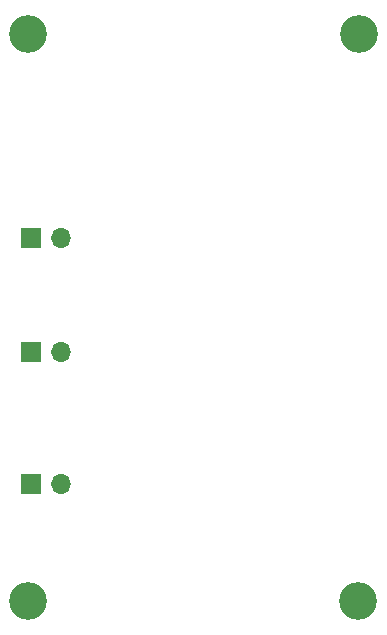
<source format=gbs>
G04 #@! TF.GenerationSoftware,KiCad,Pcbnew,7.0.10*
G04 #@! TF.CreationDate,2024-11-08T11:34:59-05:00*
G04 #@! TF.ProjectId,Novel Mechanism 1 Board,4e6f7665-6c20-44d6-9563-68616e69736d,rev?*
G04 #@! TF.SameCoordinates,Original*
G04 #@! TF.FileFunction,Soldermask,Bot*
G04 #@! TF.FilePolarity,Negative*
%FSLAX46Y46*%
G04 Gerber Fmt 4.6, Leading zero omitted, Abs format (unit mm)*
G04 Created by KiCad (PCBNEW 7.0.10) date 2024-11-08 11:34:59*
%MOMM*%
%LPD*%
G01*
G04 APERTURE LIST*
%ADD10R,1.700000X1.700000*%
%ADD11O,1.700000X1.700000*%
%ADD12C,3.200000*%
G04 APERTURE END LIST*
D10*
X23368000Y-50546000D03*
D11*
X25908000Y-50546000D03*
D12*
X51110000Y-23625000D03*
X23110000Y-71625000D03*
X51080000Y-71625000D03*
D10*
X23368000Y-61722000D03*
D11*
X25908000Y-61722000D03*
D12*
X23110000Y-23625000D03*
D10*
X23363000Y-40894000D03*
D11*
X25903000Y-40894000D03*
M02*

</source>
